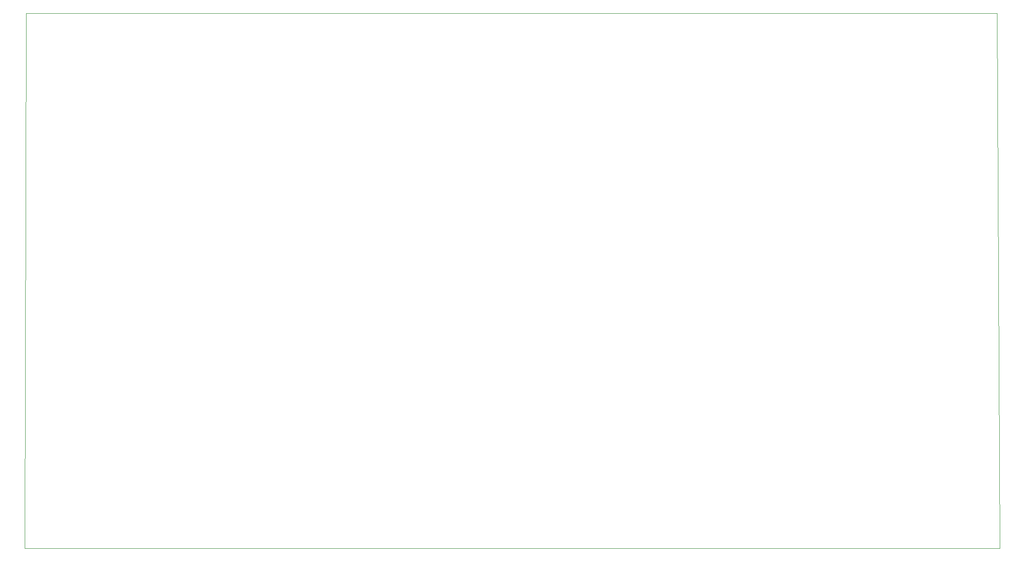
<source format=gbr>
%TF.GenerationSoftware,KiCad,Pcbnew,5.1.10*%
%TF.CreationDate,2021-07-06T21:53:34-04:00*%
%TF.ProjectId,mote pcb,6d6f7465-2070-4636-922e-6b696361645f,rev?*%
%TF.SameCoordinates,Original*%
%TF.FileFunction,Profile,NP*%
%FSLAX46Y46*%
G04 Gerber Fmt 4.6, Leading zero omitted, Abs format (unit mm)*
G04 Created by KiCad (PCBNEW 5.1.10) date 2021-07-06 21:53:34*
%MOMM*%
%LPD*%
G01*
G04 APERTURE LIST*
%TA.AperFunction,Profile*%
%ADD10C,0.050000*%
%TD*%
G04 APERTURE END LIST*
D10*
X61468000Y-53086000D02*
X241046000Y-53086000D01*
X61214000Y-152146000D02*
X61468000Y-53086000D01*
X241554000Y-152146000D02*
X61214000Y-152146000D01*
X241046000Y-53086000D02*
X241554000Y-152146000D01*
M02*

</source>
